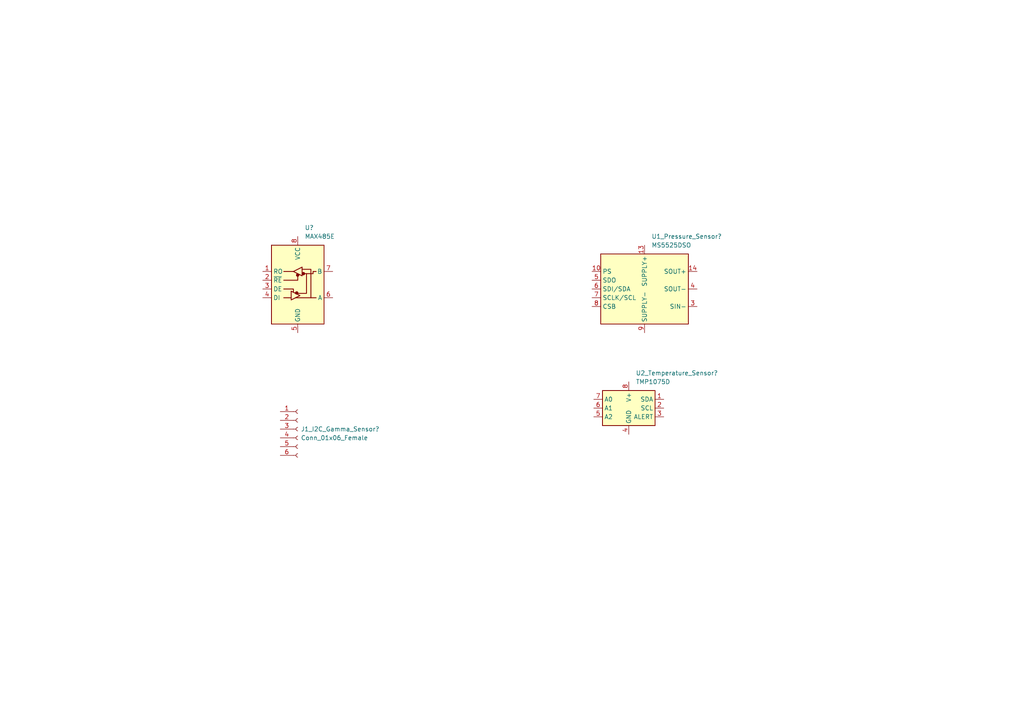
<source format=kicad_sch>
(kicad_sch (version 20211123) (generator eeschema)

  (uuid 3f7be251-bcb4-4dc7-9cf9-fbd65b1850d8)

  (paper "A4")

  (lib_symbols
    (symbol "Connector:Conn_01x06_Female" (pin_names (offset 1.016) hide) (in_bom yes) (on_board yes)
      (property "Reference" "J" (id 0) (at 0 7.62 0)
        (effects (font (size 1.27 1.27)))
      )
      (property "Value" "Conn_01x06_Female" (id 1) (at 0 -10.16 0)
        (effects (font (size 1.27 1.27)))
      )
      (property "Footprint" "" (id 2) (at 0 0 0)
        (effects (font (size 1.27 1.27)) hide)
      )
      (property "Datasheet" "~" (id 3) (at 0 0 0)
        (effects (font (size 1.27 1.27)) hide)
      )
      (property "ki_keywords" "connector" (id 4) (at 0 0 0)
        (effects (font (size 1.27 1.27)) hide)
      )
      (property "ki_description" "Generic connector, single row, 01x06, script generated (kicad-library-utils/schlib/autogen/connector/)" (id 5) (at 0 0 0)
        (effects (font (size 1.27 1.27)) hide)
      )
      (property "ki_fp_filters" "Connector*:*_1x??_*" (id 6) (at 0 0 0)
        (effects (font (size 1.27 1.27)) hide)
      )
      (symbol "Conn_01x06_Female_1_1"
        (arc (start 0 -7.112) (mid -0.508 -7.62) (end 0 -8.128)
          (stroke (width 0.1524) (type default) (color 0 0 0 0))
          (fill (type none))
        )
        (arc (start 0 -4.572) (mid -0.508 -5.08) (end 0 -5.588)
          (stroke (width 0.1524) (type default) (color 0 0 0 0))
          (fill (type none))
        )
        (arc (start 0 -2.032) (mid -0.508 -2.54) (end 0 -3.048)
          (stroke (width 0.1524) (type default) (color 0 0 0 0))
          (fill (type none))
        )
        (polyline
          (pts
            (xy -1.27 -7.62)
            (xy -0.508 -7.62)
          )
          (stroke (width 0.1524) (type default) (color 0 0 0 0))
          (fill (type none))
        )
        (polyline
          (pts
            (xy -1.27 -5.08)
            (xy -0.508 -5.08)
          )
          (stroke (width 0.1524) (type default) (color 0 0 0 0))
          (fill (type none))
        )
        (polyline
          (pts
            (xy -1.27 -2.54)
            (xy -0.508 -2.54)
          )
          (stroke (width 0.1524) (type default) (color 0 0 0 0))
          (fill (type none))
        )
        (polyline
          (pts
            (xy -1.27 0)
            (xy -0.508 0)
          )
          (stroke (width 0.1524) (type default) (color 0 0 0 0))
          (fill (type none))
        )
        (polyline
          (pts
            (xy -1.27 2.54)
            (xy -0.508 2.54)
          )
          (stroke (width 0.1524) (type default) (color 0 0 0 0))
          (fill (type none))
        )
        (polyline
          (pts
            (xy -1.27 5.08)
            (xy -0.508 5.08)
          )
          (stroke (width 0.1524) (type default) (color 0 0 0 0))
          (fill (type none))
        )
        (arc (start 0 0.508) (mid -0.508 0) (end 0 -0.508)
          (stroke (width 0.1524) (type default) (color 0 0 0 0))
          (fill (type none))
        )
        (arc (start 0 3.048) (mid -0.508 2.54) (end 0 2.032)
          (stroke (width 0.1524) (type default) (color 0 0 0 0))
          (fill (type none))
        )
        (arc (start 0 5.588) (mid -0.508 5.08) (end 0 4.572)
          (stroke (width 0.1524) (type default) (color 0 0 0 0))
          (fill (type none))
        )
        (pin passive line (at -5.08 5.08 0) (length 3.81)
          (name "Pin_1" (effects (font (size 1.27 1.27))))
          (number "1" (effects (font (size 1.27 1.27))))
        )
        (pin passive line (at -5.08 2.54 0) (length 3.81)
          (name "Pin_2" (effects (font (size 1.27 1.27))))
          (number "2" (effects (font (size 1.27 1.27))))
        )
        (pin passive line (at -5.08 0 0) (length 3.81)
          (name "Pin_3" (effects (font (size 1.27 1.27))))
          (number "3" (effects (font (size 1.27 1.27))))
        )
        (pin passive line (at -5.08 -2.54 0) (length 3.81)
          (name "Pin_4" (effects (font (size 1.27 1.27))))
          (number "4" (effects (font (size 1.27 1.27))))
        )
        (pin passive line (at -5.08 -5.08 0) (length 3.81)
          (name "Pin_5" (effects (font (size 1.27 1.27))))
          (number "5" (effects (font (size 1.27 1.27))))
        )
        (pin passive line (at -5.08 -7.62 0) (length 3.81)
          (name "Pin_6" (effects (font (size 1.27 1.27))))
          (number "6" (effects (font (size 1.27 1.27))))
        )
      )
    )
    (symbol "Interface_UART:MAX485E" (in_bom yes) (on_board yes)
      (property "Reference" "U" (id 0) (at -6.096 11.43 0)
        (effects (font (size 1.27 1.27)))
      )
      (property "Value" "MAX485E" (id 1) (at 0.762 11.43 0)
        (effects (font (size 1.27 1.27)) (justify left))
      )
      (property "Footprint" "" (id 2) (at 0 -17.78 0)
        (effects (font (size 1.27 1.27)) hide)
      )
      (property "Datasheet" "https://datasheets.maximintegrated.com/en/ds/MAX1487E-MAX491E.pdf" (id 3) (at 0 1.27 0)
        (effects (font (size 1.27 1.27)) hide)
      )
      (property "ki_keywords" "Half duplex RS-485/RS-422, 2.5 Mbps, ±15kV electro-static discharge (ESD) protection, no slew-rate, no low-power shutdown, with receiver/driver enable, 32 receiver drive kapacitity, DIP-8 and SOIC-8" (id 4) (at 0 0 0)
        (effects (font (size 1.27 1.27)) hide)
      )
      (property "ki_description" "Half duplex RS-485/RS-422, 2.5 Mbps, ±15kV electro-static discharge (ESD) protection, no slew-rate, no low-power shutdown, with receiver/driver enable, 32 receiver drive kapacitity, DIP-8 and SOIC-8" (id 5) (at 0 0 0)
        (effects (font (size 1.27 1.27)) hide)
      )
      (property "ki_fp_filters" "DIP*W7.62mm* SOIC*3.9x4.9mm*P1.27mm*" (id 6) (at 0 0 0)
        (effects (font (size 1.27 1.27)) hide)
      )
      (symbol "MAX485E_0_1"
        (rectangle (start -7.62 10.16) (end 7.62 -12.7)
          (stroke (width 0.254) (type default) (color 0 0 0 0))
          (fill (type background))
        )
        (circle (center -0.3048 -3.683) (radius 0.3556)
          (stroke (width 0.254) (type default) (color 0 0 0 0))
          (fill (type outline))
        )
        (circle (center -0.0254 1.4986) (radius 0.3556)
          (stroke (width 0.254) (type default) (color 0 0 0 0))
          (fill (type outline))
        )
        (polyline
          (pts
            (xy -4.064 -5.08)
            (xy -1.905 -5.08)
          )
          (stroke (width 0.254) (type default) (color 0 0 0 0))
          (fill (type none))
        )
        (polyline
          (pts
            (xy -4.064 2.54)
            (xy -1.27 2.54)
          )
          (stroke (width 0.254) (type default) (color 0 0 0 0))
          (fill (type none))
        )
        (polyline
          (pts
            (xy -1.27 -3.2004)
            (xy -1.27 -3.4544)
          )
          (stroke (width 0.254) (type default) (color 0 0 0 0))
          (fill (type none))
        )
        (polyline
          (pts
            (xy -0.635 -5.08)
            (xy 5.334 -5.08)
          )
          (stroke (width 0.254) (type default) (color 0 0 0 0))
          (fill (type none))
        )
        (polyline
          (pts
            (xy -4.064 -2.54)
            (xy -1.27 -2.54)
            (xy -1.27 -3.175)
          )
          (stroke (width 0.254) (type default) (color 0 0 0 0))
          (fill (type none))
        )
        (polyline
          (pts
            (xy 0 1.27)
            (xy 0 0)
            (xy -4.064 0)
          )
          (stroke (width 0.254) (type default) (color 0 0 0 0))
          (fill (type none))
        )
        (polyline
          (pts
            (xy 1.27 3.175)
            (xy 3.81 3.175)
            (xy 3.81 -5.08)
          )
          (stroke (width 0.254) (type default) (color 0 0 0 0))
          (fill (type none))
        )
        (polyline
          (pts
            (xy 2.54 1.905)
            (xy 2.54 -3.81)
            (xy 0 -3.81)
          )
          (stroke (width 0.254) (type default) (color 0 0 0 0))
          (fill (type none))
        )
        (polyline
          (pts
            (xy -1.905 -3.175)
            (xy -1.905 -5.715)
            (xy 0.635 -4.445)
            (xy -1.905 -3.175)
          )
          (stroke (width 0.254) (type default) (color 0 0 0 0))
          (fill (type none))
        )
        (polyline
          (pts
            (xy -1.27 2.54)
            (xy 1.27 3.81)
            (xy 1.27 1.27)
            (xy -1.27 2.54)
          )
          (stroke (width 0.254) (type default) (color 0 0 0 0))
          (fill (type none))
        )
        (polyline
          (pts
            (xy 1.905 1.905)
            (xy 4.445 1.905)
            (xy 4.445 2.54)
            (xy 5.334 2.54)
          )
          (stroke (width 0.254) (type default) (color 0 0 0 0))
          (fill (type none))
        )
        (rectangle (start 1.27 3.175) (end 1.27 3.175)
          (stroke (width 0) (type default) (color 0 0 0 0))
          (fill (type none))
        )
        (circle (center 1.651 1.905) (radius 0.3556)
          (stroke (width 0.254) (type default) (color 0 0 0 0))
          (fill (type outline))
        )
      )
      (symbol "MAX485E_1_1"
        (pin output line (at -10.16 2.54 0) (length 2.54)
          (name "RO" (effects (font (size 1.27 1.27))))
          (number "1" (effects (font (size 1.27 1.27))))
        )
        (pin input line (at -10.16 0 0) (length 2.54)
          (name "~{RE}" (effects (font (size 1.27 1.27))))
          (number "2" (effects (font (size 1.27 1.27))))
        )
        (pin input line (at -10.16 -2.54 0) (length 2.54)
          (name "DE" (effects (font (size 1.27 1.27))))
          (number "3" (effects (font (size 1.27 1.27))))
        )
        (pin input line (at -10.16 -5.08 0) (length 2.54)
          (name "DI" (effects (font (size 1.27 1.27))))
          (number "4" (effects (font (size 1.27 1.27))))
        )
        (pin power_in line (at 0 -15.24 90) (length 2.54)
          (name "GND" (effects (font (size 1.27 1.27))))
          (number "5" (effects (font (size 1.27 1.27))))
        )
        (pin bidirectional line (at 10.16 -5.08 180) (length 2.54)
          (name "A" (effects (font (size 1.27 1.27))))
          (number "6" (effects (font (size 1.27 1.27))))
        )
        (pin bidirectional line (at 10.16 2.54 180) (length 2.54)
          (name "B" (effects (font (size 1.27 1.27))))
          (number "7" (effects (font (size 1.27 1.27))))
        )
        (pin power_in line (at 0 12.7 270) (length 2.54)
          (name "VCC" (effects (font (size 1.27 1.27))))
          (number "8" (effects (font (size 1.27 1.27))))
        )
      )
    )
    (symbol "Sensor_Pressure:MS5525DSO" (in_bom yes) (on_board yes)
      (property "Reference" "U" (id 0) (at -10.16 11.43 0)
        (effects (font (size 1.27 1.27)))
      )
      (property "Value" "MS5525DSO" (id 1) (at 8.89 11.43 0)
        (effects (font (size 1.27 1.27)))
      )
      (property "Footprint" "" (id 2) (at 0 -13.97 0)
        (effects (font (size 1.27 1.27)) hide)
      )
      (property "Datasheet" "https://www.te.com/commerce/DocumentDelivery/DDEController?Action=srchrtrv&DocNm=MS5525DSO&DocType=DS&DocLang=English" (id 3) (at 0 -16.51 0)
        (effects (font (size 1.27 1.27)) hide)
      )
      (property "ki_keywords" "24bit low-power I2C SPI" (id 4) (at 0 0 0)
        (effects (font (size 1.27 1.27)) hide)
      )
      (property "ki_description" "Integrated Digital Pressure Sensor" (id 5) (at 0 0 0)
        (effects (font (size 1.27 1.27)) hide)
      )
      (property "ki_fp_filters" "TE?MS5525DSO*DB* TE?MS5525DSO*SB* TE?MS5525DSO*ST* TE?MS5525DSO*DH* TE?MS5525DSO*FT* TE?MS5525DSO*FB*" (id 6) (at 0 0 0)
        (effects (font (size 1.27 1.27)) hide)
      )
      (symbol "MS5525DSO_0_1"
        (rectangle (start -12.7 10.16) (end 12.7 -10.16)
          (stroke (width 0.254) (type default) (color 0 0 0 0))
          (fill (type background))
        )
      )
      (symbol "MS5525DSO_1_1"
        (pin passive line (at 15.24 -5.08 180) (length 2.54) hide
          (name "SIN-" (effects (font (size 1.27 1.27))))
          (number "1" (effects (font (size 1.27 1.27))))
        )
        (pin input line (at -15.24 5.08 0) (length 2.54)
          (name "PS" (effects (font (size 1.27 1.27))))
          (number "10" (effects (font (size 1.27 1.27))))
        )
        (pin passive line (at 0 12.7 270) (length 2.54) hide
          (name "SUPPLY+" (effects (font (size 1.27 1.27))))
          (number "11" (effects (font (size 1.27 1.27))))
        )
        (pin passive line (at 15.24 5.08 180) (length 2.54) hide
          (name "SOUT+" (effects (font (size 1.27 1.27))))
          (number "12" (effects (font (size 1.27 1.27))))
        )
        (pin power_in line (at 0 12.7 270) (length 2.54)
          (name "SUPPLY+" (effects (font (size 1.27 1.27))))
          (number "13" (effects (font (size 1.27 1.27))))
        )
        (pin passive line (at 15.24 5.08 180) (length 2.54)
          (name "SOUT+" (effects (font (size 1.27 1.27))))
          (number "14" (effects (font (size 1.27 1.27))))
        )
        (pin passive line (at 15.24 0 180) (length 2.54) hide
          (name "SOUT-" (effects (font (size 1.27 1.27))))
          (number "2" (effects (font (size 1.27 1.27))))
        )
        (pin passive line (at 15.24 -5.08 180) (length 2.54)
          (name "SIN-" (effects (font (size 1.27 1.27))))
          (number "3" (effects (font (size 1.27 1.27))))
        )
        (pin passive line (at 15.24 0 180) (length 2.54)
          (name "SOUT-" (effects (font (size 1.27 1.27))))
          (number "4" (effects (font (size 1.27 1.27))))
        )
        (pin output line (at -15.24 2.54 0) (length 2.54)
          (name "SDO" (effects (font (size 1.27 1.27))))
          (number "5" (effects (font (size 1.27 1.27))))
        )
        (pin input line (at -15.24 0 0) (length 2.54)
          (name "SDI/SDA" (effects (font (size 1.27 1.27))))
          (number "6" (effects (font (size 1.27 1.27))))
        )
        (pin input line (at -15.24 -2.54 0) (length 2.54)
          (name "SCLK/SCL" (effects (font (size 1.27 1.27))))
          (number "7" (effects (font (size 1.27 1.27))))
        )
        (pin input line (at -15.24 -5.08 0) (length 2.54)
          (name "CSB" (effects (font (size 1.27 1.27))))
          (number "8" (effects (font (size 1.27 1.27))))
        )
        (pin power_in line (at 0 -12.7 90) (length 2.54)
          (name "SUPPLY-" (effects (font (size 1.27 1.27))))
          (number "9" (effects (font (size 1.27 1.27))))
        )
      )
    )
    (symbol "Sensor_Temperature:TMP1075D" (in_bom yes) (on_board yes)
      (property "Reference" "U" (id 0) (at -6.35 6.35 0)
        (effects (font (size 1.27 1.27)))
      )
      (property "Value" "TMP1075D" (id 1) (at 6.35 6.35 0)
        (effects (font (size 1.27 1.27)))
      )
      (property "Footprint" "Package_SO:SO-8_3.9x4.9mm_P1.27mm" (id 2) (at 0 -6.35 0)
        (effects (font (size 1.27 1.27)) hide)
      )
      (property "Datasheet" "https://www.ti.com/lit/gpn/tmp1075" (id 3) (at 0 0 0)
        (effects (font (size 1.27 1.27)) hide)
      )
      (property "ki_keywords" "temperature sensor I2C single channel" (id 4) (at 0 0 0)
        (effects (font (size 1.27 1.27)) hide)
      )
      (property "ki_description" "I2C-bus digital temperature sensor and thermal watchdog, SO-8" (id 5) (at 0 0 0)
        (effects (font (size 1.27 1.27)) hide)
      )
      (property "ki_fp_filters" "SO*3.9x4.9mm*P1.27mm*" (id 6) (at 0 0 0)
        (effects (font (size 1.27 1.27)) hide)
      )
      (symbol "TMP1075D_0_1"
        (rectangle (start -7.62 5.08) (end 7.62 -5.08)
          (stroke (width 0.254) (type default) (color 0 0 0 0))
          (fill (type background))
        )
      )
      (symbol "TMP1075D_1_1"
        (pin bidirectional line (at 10.16 2.54 180) (length 2.54)
          (name "SDA" (effects (font (size 1.27 1.27))))
          (number "1" (effects (font (size 1.27 1.27))))
        )
        (pin input line (at 10.16 0 180) (length 2.54)
          (name "SCL" (effects (font (size 1.27 1.27))))
          (number "2" (effects (font (size 1.27 1.27))))
        )
        (pin open_collector line (at 10.16 -2.54 180) (length 2.54)
          (name "ALERT" (effects (font (size 1.27 1.27))))
          (number "3" (effects (font (size 1.27 1.27))))
        )
        (pin power_in line (at 0 -7.62 90) (length 2.54)
          (name "GND" (effects (font (size 1.27 1.27))))
          (number "4" (effects (font (size 1.27 1.27))))
        )
        (pin input line (at -10.16 -2.54 0) (length 2.54)
          (name "A2" (effects (font (size 1.27 1.27))))
          (number "5" (effects (font (size 1.27 1.27))))
        )
        (pin input line (at -10.16 0 0) (length 2.54)
          (name "A1" (effects (font (size 1.27 1.27))))
          (number "6" (effects (font (size 1.27 1.27))))
        )
        (pin input line (at -10.16 2.54 0) (length 2.54)
          (name "A0" (effects (font (size 1.27 1.27))))
          (number "7" (effects (font (size 1.27 1.27))))
        )
        (pin power_in line (at 0 7.62 270) (length 2.54)
          (name "V+" (effects (font (size 1.27 1.27))))
          (number "8" (effects (font (size 1.27 1.27))))
        )
      )
    )
  )


  (symbol (lib_id "Interface_UART:MAX485E") (at 86.36 81.28 0) (unit 1)
    (in_bom yes) (on_board yes) (fields_autoplaced)
    (uuid a5acd85e-3114-4004-a4be-0df8305cfbf6)
    (property "Reference" "U?" (id 0) (at 88.3794 66.04 0)
      (effects (font (size 1.27 1.27)) (justify left))
    )
    (property "Value" "MAX485E" (id 1) (at 88.3794 68.58 0)
      (effects (font (size 1.27 1.27)) (justify left))
    )
    (property "Footprint" "" (id 2) (at 86.36 99.06 0)
      (effects (font (size 1.27 1.27)) hide)
    )
    (property "Datasheet" "https://datasheets.maximintegrated.com/en/ds/MAX1487E-MAX491E.pdf" (id 3) (at 86.36 80.01 0)
      (effects (font (size 1.27 1.27)) hide)
    )
    (pin "1" (uuid 1f2b3f69-e8dc-44c4-81f5-dd7cb8bb70a2))
    (pin "2" (uuid 7402f926-4d5c-4282-a2cb-756916007f18))
    (pin "3" (uuid e3acbdc8-0eb5-4a67-b779-316370d78d24))
    (pin "4" (uuid 47b324ed-627a-4967-bd0c-d797f2b6b332))
    (pin "5" (uuid 979a571e-4d3c-4e01-9490-9a524e54f603))
    (pin "6" (uuid 70b6117a-7936-419f-900c-016394a94d12))
    (pin "7" (uuid 7084edb1-2563-4918-ae88-a277d4b13946))
    (pin "8" (uuid b8b2ffe4-f266-4c73-a28c-ec292bdc34f2))
  )

  (symbol (lib_id "Sensor_Pressure:MS5525DSO") (at 186.944 83.82 0) (unit 1)
    (in_bom yes) (on_board yes) (fields_autoplaced)
    (uuid adbee1bf-d88c-4783-a838-2c603551276b)
    (property "Reference" "U1_Pressure_Sensor?" (id 0) (at 188.9634 68.58 0)
      (effects (font (size 1.27 1.27)) (justify left))
    )
    (property "Value" "MS5525DSO" (id 1) (at 188.9634 71.12 0)
      (effects (font (size 1.27 1.27)) (justify left))
    )
    (property "Footprint" "" (id 2) (at 186.944 97.79 0)
      (effects (font (size 1.27 1.27)) hide)
    )
    (property "Datasheet" "https://www.te.com/commerce/DocumentDelivery/DDEController?Action=srchrtrv&DocNm=MS5525DSO&DocType=DS&DocLang=English" (id 3) (at 186.944 100.33 0)
      (effects (font (size 1.27 1.27)) hide)
    )
    (pin "1" (uuid 38ad10e2-2910-44c8-bdc0-5407a957afed))
    (pin "10" (uuid ee2e1eac-e25d-45a2-a311-26a73bba2d49))
    (pin "11" (uuid 0a8663b6-4935-4567-99a1-8fb19a0ae911))
    (pin "12" (uuid 9a12752e-2ac7-4903-8c15-e6ecb9ca59d7))
    (pin "13" (uuid c85c5874-e862-42d4-a708-5ad3a53cad96))
    (pin "14" (uuid 2fb2b440-a163-4878-8f24-57b8f0c31407))
    (pin "2" (uuid 6ddebe3c-c84e-4efc-9c40-0c0131a753ee))
    (pin "3" (uuid 05eb35ef-8f08-4800-bbf5-4401e0e49392))
    (pin "4" (uuid 4ba28b0d-d21b-4eb2-ad1f-f50a54cb5552))
    (pin "5" (uuid 251b40cf-a883-4d5a-800b-36c8153af58d))
    (pin "6" (uuid f4527734-1143-481c-910b-ed496427c71e))
    (pin "7" (uuid 3405075c-caad-4cef-a6fb-62b207997157))
    (pin "8" (uuid 2b2162ae-2d12-4735-8534-3cf445b2f707))
    (pin "9" (uuid 5eb9cb93-2f25-4f31-b1c8-5f52e635cfcd))
  )

  (symbol (lib_id "Sensor_Temperature:TMP1075D") (at 182.372 118.364 0) (unit 1)
    (in_bom yes) (on_board yes) (fields_autoplaced)
    (uuid b777e41f-e4bb-4932-9d75-ce2dabd6efea)
    (property "Reference" "U2_Temperature_Sensor?" (id 0) (at 184.3914 108.204 0)
      (effects (font (size 1.27 1.27)) (justify left))
    )
    (property "Value" "TMP1075D" (id 1) (at 184.3914 110.744 0)
      (effects (font (size 1.27 1.27)) (justify left))
    )
    (property "Footprint" "Package_SO:SO-8_3.9x4.9mm_P1.27mm" (id 2) (at 182.372 124.714 0)
      (effects (font (size 1.27 1.27)) hide)
    )
    (property "Datasheet" "https://www.ti.com/lit/gpn/tmp1075" (id 3) (at 182.372 118.364 0)
      (effects (font (size 1.27 1.27)) hide)
    )
    (pin "1" (uuid ee58c534-e7a3-40bb-8595-7e8e0b624faa))
    (pin "2" (uuid 81392e5d-443f-4219-a8d8-6055933a2b75))
    (pin "3" (uuid f04b13db-f8ce-4acc-b034-2af826358065))
    (pin "4" (uuid 004add7c-d2ae-4fea-89f9-305fd5754e65))
    (pin "5" (uuid b5048b05-65a1-4218-823c-3add464800b1))
    (pin "6" (uuid cccc5c30-834d-4984-af85-ff126b64fd56))
    (pin "7" (uuid 91fcdf06-15b9-4c78-a92e-4f90f39e3eb0))
    (pin "8" (uuid 601e97db-460d-48ac-8ac9-1823e4ef745f))
  )

  (symbol (lib_id "Connector:Conn_01x06_Female") (at 86.36 124.46 0) (unit 1)
    (in_bom yes) (on_board yes) (fields_autoplaced)
    (uuid eb7f4799-9c5b-4169-b632-4f576f2e8b1d)
    (property "Reference" "J1_I2C_Gamma_Sensor?" (id 0) (at 87.249 124.4599 0)
      (effects (font (size 1.27 1.27)) (justify left))
    )
    (property "Value" "Conn_01x06_Female" (id 1) (at 87.249 126.9999 0)
      (effects (font (size 1.27 1.27)) (justify left))
    )
    (property "Footprint" "" (id 2) (at 86.36 124.46 0))
    (property "Datasheet" "~" (id 3) (at 86.36 124.46 0)
      (effects (font (size 1.27 1.27)) hide)
    )
    (pin "1" (uuid 0bfd9b2b-efc7-4d20-b3b5-5d006fb52de7))
    (pin "2" (uuid f7bcbd68-ab03-4f7f-b0e4-abc65bdc9a05))
    (pin "3" (uuid c4659f7f-e9fd-4e52-b847-ad8a4e1135b1))
    (pin "4" (uuid f8316324-ff91-42aa-ac11-97ec8f62b4f8))
    (pin "5" (uuid 7c8835e7-230b-4542-b7f8-60dfe21df7b1))
    (pin "6" (uuid d7cee068-df28-4bb3-a55b-269f64e0406b))
  )
)

</source>
